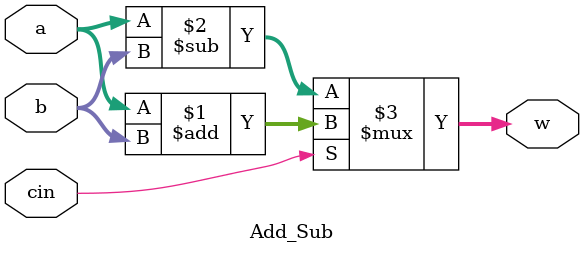
<source format=v>
`timescale 1ps/1ps

module Add_Sub(input[15:0] a,b,input cin,output[15:0] w);

	assign w=cin?a+b:a-b;

endmodule
</source>
